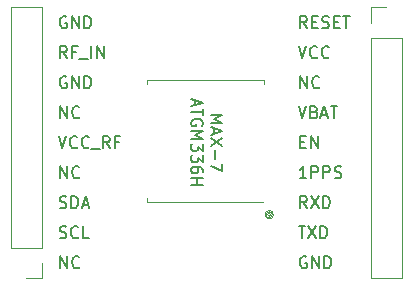
<source format=gbr>
G04 #@! TF.GenerationSoftware,KiCad,Pcbnew,(5.1.5)-3*
G04 #@! TF.CreationDate,2020-03-16T19:41:12-04:00*
G04 #@! TF.ProjectId,BreakoutGPSATGM336H,42726561-6b6f-4757-9447-50534154474d,rev?*
G04 #@! TF.SameCoordinates,Original*
G04 #@! TF.FileFunction,Legend,Top*
G04 #@! TF.FilePolarity,Positive*
%FSLAX46Y46*%
G04 Gerber Fmt 4.6, Leading zero omitted, Abs format (unit mm)*
G04 Created by KiCad (PCBNEW (5.1.5)-3) date 2020-03-16 19:41:12*
%MOMM*%
%LPD*%
G04 APERTURE LIST*
%ADD10C,0.150000*%
%ADD11C,0.120000*%
G04 APERTURE END LIST*
D10*
X140035595Y-91892380D02*
X140035595Y-90892380D01*
X140607023Y-91892380D01*
X140607023Y-90892380D01*
X141654642Y-91797142D02*
X141607023Y-91844761D01*
X141464166Y-91892380D01*
X141368928Y-91892380D01*
X141226071Y-91844761D01*
X141130833Y-91749523D01*
X141083214Y-91654285D01*
X141035595Y-91463809D01*
X141035595Y-91320952D01*
X141083214Y-91130476D01*
X141130833Y-91035238D01*
X141226071Y-90940000D01*
X141368928Y-90892380D01*
X141464166Y-90892380D01*
X141607023Y-90940000D01*
X141654642Y-90987619D01*
X139987976Y-89304761D02*
X140130833Y-89352380D01*
X140368928Y-89352380D01*
X140464166Y-89304761D01*
X140511785Y-89257142D01*
X140559404Y-89161904D01*
X140559404Y-89066666D01*
X140511785Y-88971428D01*
X140464166Y-88923809D01*
X140368928Y-88876190D01*
X140178452Y-88828571D01*
X140083214Y-88780952D01*
X140035595Y-88733333D01*
X139987976Y-88638095D01*
X139987976Y-88542857D01*
X140035595Y-88447619D01*
X140083214Y-88400000D01*
X140178452Y-88352380D01*
X140416547Y-88352380D01*
X140559404Y-88400000D01*
X141559404Y-89257142D02*
X141511785Y-89304761D01*
X141368928Y-89352380D01*
X141273690Y-89352380D01*
X141130833Y-89304761D01*
X141035595Y-89209523D01*
X140987976Y-89114285D01*
X140940357Y-88923809D01*
X140940357Y-88780952D01*
X140987976Y-88590476D01*
X141035595Y-88495238D01*
X141130833Y-88400000D01*
X141273690Y-88352380D01*
X141368928Y-88352380D01*
X141511785Y-88400000D01*
X141559404Y-88447619D01*
X142464166Y-89352380D02*
X141987976Y-89352380D01*
X141987976Y-88352380D01*
X139987976Y-86764761D02*
X140130833Y-86812380D01*
X140368928Y-86812380D01*
X140464166Y-86764761D01*
X140511785Y-86717142D01*
X140559404Y-86621904D01*
X140559404Y-86526666D01*
X140511785Y-86431428D01*
X140464166Y-86383809D01*
X140368928Y-86336190D01*
X140178452Y-86288571D01*
X140083214Y-86240952D01*
X140035595Y-86193333D01*
X139987976Y-86098095D01*
X139987976Y-86002857D01*
X140035595Y-85907619D01*
X140083214Y-85860000D01*
X140178452Y-85812380D01*
X140416547Y-85812380D01*
X140559404Y-85860000D01*
X140987976Y-86812380D02*
X140987976Y-85812380D01*
X141226071Y-85812380D01*
X141368928Y-85860000D01*
X141464166Y-85955238D01*
X141511785Y-86050476D01*
X141559404Y-86240952D01*
X141559404Y-86383809D01*
X141511785Y-86574285D01*
X141464166Y-86669523D01*
X141368928Y-86764761D01*
X141226071Y-86812380D01*
X140987976Y-86812380D01*
X141940357Y-86526666D02*
X142416547Y-86526666D01*
X141845119Y-86812380D02*
X142178452Y-85812380D01*
X142511785Y-86812380D01*
X140035595Y-84272380D02*
X140035595Y-83272380D01*
X140607023Y-84272380D01*
X140607023Y-83272380D01*
X141654642Y-84177142D02*
X141607023Y-84224761D01*
X141464166Y-84272380D01*
X141368928Y-84272380D01*
X141226071Y-84224761D01*
X141130833Y-84129523D01*
X141083214Y-84034285D01*
X141035595Y-83843809D01*
X141035595Y-83700952D01*
X141083214Y-83510476D01*
X141130833Y-83415238D01*
X141226071Y-83320000D01*
X141368928Y-83272380D01*
X141464166Y-83272380D01*
X141607023Y-83320000D01*
X141654642Y-83367619D01*
X139892738Y-80732380D02*
X140226071Y-81732380D01*
X140559404Y-80732380D01*
X141464166Y-81637142D02*
X141416547Y-81684761D01*
X141273690Y-81732380D01*
X141178452Y-81732380D01*
X141035595Y-81684761D01*
X140940357Y-81589523D01*
X140892738Y-81494285D01*
X140845119Y-81303809D01*
X140845119Y-81160952D01*
X140892738Y-80970476D01*
X140940357Y-80875238D01*
X141035595Y-80780000D01*
X141178452Y-80732380D01*
X141273690Y-80732380D01*
X141416547Y-80780000D01*
X141464166Y-80827619D01*
X142464166Y-81637142D02*
X142416547Y-81684761D01*
X142273690Y-81732380D01*
X142178452Y-81732380D01*
X142035595Y-81684761D01*
X141940357Y-81589523D01*
X141892738Y-81494285D01*
X141845119Y-81303809D01*
X141845119Y-81160952D01*
X141892738Y-80970476D01*
X141940357Y-80875238D01*
X142035595Y-80780000D01*
X142178452Y-80732380D01*
X142273690Y-80732380D01*
X142416547Y-80780000D01*
X142464166Y-80827619D01*
X142654642Y-81827619D02*
X143416547Y-81827619D01*
X144226071Y-81732380D02*
X143892738Y-81256190D01*
X143654642Y-81732380D02*
X143654642Y-80732380D01*
X144035595Y-80732380D01*
X144130833Y-80780000D01*
X144178452Y-80827619D01*
X144226071Y-80922857D01*
X144226071Y-81065714D01*
X144178452Y-81160952D01*
X144130833Y-81208571D01*
X144035595Y-81256190D01*
X143654642Y-81256190D01*
X144987976Y-81208571D02*
X144654642Y-81208571D01*
X144654642Y-81732380D02*
X144654642Y-80732380D01*
X145130833Y-80732380D01*
X140035595Y-79192380D02*
X140035595Y-78192380D01*
X140607023Y-79192380D01*
X140607023Y-78192380D01*
X141654642Y-79097142D02*
X141607023Y-79144761D01*
X141464166Y-79192380D01*
X141368928Y-79192380D01*
X141226071Y-79144761D01*
X141130833Y-79049523D01*
X141083214Y-78954285D01*
X141035595Y-78763809D01*
X141035595Y-78620952D01*
X141083214Y-78430476D01*
X141130833Y-78335238D01*
X141226071Y-78240000D01*
X141368928Y-78192380D01*
X141464166Y-78192380D01*
X141607023Y-78240000D01*
X141654642Y-78287619D01*
X140559404Y-75700000D02*
X140464166Y-75652380D01*
X140321309Y-75652380D01*
X140178452Y-75700000D01*
X140083214Y-75795238D01*
X140035595Y-75890476D01*
X139987976Y-76080952D01*
X139987976Y-76223809D01*
X140035595Y-76414285D01*
X140083214Y-76509523D01*
X140178452Y-76604761D01*
X140321309Y-76652380D01*
X140416547Y-76652380D01*
X140559404Y-76604761D01*
X140607023Y-76557142D01*
X140607023Y-76223809D01*
X140416547Y-76223809D01*
X141035595Y-76652380D02*
X141035595Y-75652380D01*
X141607023Y-76652380D01*
X141607023Y-75652380D01*
X142083214Y-76652380D02*
X142083214Y-75652380D01*
X142321309Y-75652380D01*
X142464166Y-75700000D01*
X142559404Y-75795238D01*
X142607023Y-75890476D01*
X142654642Y-76080952D01*
X142654642Y-76223809D01*
X142607023Y-76414285D01*
X142559404Y-76509523D01*
X142464166Y-76604761D01*
X142321309Y-76652380D01*
X142083214Y-76652380D01*
X140607023Y-74112380D02*
X140273690Y-73636190D01*
X140035595Y-74112380D02*
X140035595Y-73112380D01*
X140416547Y-73112380D01*
X140511785Y-73160000D01*
X140559404Y-73207619D01*
X140607023Y-73302857D01*
X140607023Y-73445714D01*
X140559404Y-73540952D01*
X140511785Y-73588571D01*
X140416547Y-73636190D01*
X140035595Y-73636190D01*
X141368928Y-73588571D02*
X141035595Y-73588571D01*
X141035595Y-74112380D02*
X141035595Y-73112380D01*
X141511785Y-73112380D01*
X141654642Y-74207619D02*
X142416547Y-74207619D01*
X142654642Y-74112380D02*
X142654642Y-73112380D01*
X143130833Y-74112380D02*
X143130833Y-73112380D01*
X143702261Y-74112380D01*
X143702261Y-73112380D01*
X140559404Y-70620000D02*
X140464166Y-70572380D01*
X140321309Y-70572380D01*
X140178452Y-70620000D01*
X140083214Y-70715238D01*
X140035595Y-70810476D01*
X139987976Y-71000952D01*
X139987976Y-71143809D01*
X140035595Y-71334285D01*
X140083214Y-71429523D01*
X140178452Y-71524761D01*
X140321309Y-71572380D01*
X140416547Y-71572380D01*
X140559404Y-71524761D01*
X140607023Y-71477142D01*
X140607023Y-71143809D01*
X140416547Y-71143809D01*
X141035595Y-71572380D02*
X141035595Y-70572380D01*
X141607023Y-71572380D01*
X141607023Y-70572380D01*
X142083214Y-71572380D02*
X142083214Y-70572380D01*
X142321309Y-70572380D01*
X142464166Y-70620000D01*
X142559404Y-70715238D01*
X142607023Y-70810476D01*
X142654642Y-71000952D01*
X142654642Y-71143809D01*
X142607023Y-71334285D01*
X142559404Y-71429523D01*
X142464166Y-71524761D01*
X142321309Y-71572380D01*
X142083214Y-71572380D01*
X160927023Y-71572380D02*
X160593690Y-71096190D01*
X160355595Y-71572380D02*
X160355595Y-70572380D01*
X160736547Y-70572380D01*
X160831785Y-70620000D01*
X160879404Y-70667619D01*
X160927023Y-70762857D01*
X160927023Y-70905714D01*
X160879404Y-71000952D01*
X160831785Y-71048571D01*
X160736547Y-71096190D01*
X160355595Y-71096190D01*
X161355595Y-71048571D02*
X161688928Y-71048571D01*
X161831785Y-71572380D02*
X161355595Y-71572380D01*
X161355595Y-70572380D01*
X161831785Y-70572380D01*
X162212738Y-71524761D02*
X162355595Y-71572380D01*
X162593690Y-71572380D01*
X162688928Y-71524761D01*
X162736547Y-71477142D01*
X162784166Y-71381904D01*
X162784166Y-71286666D01*
X162736547Y-71191428D01*
X162688928Y-71143809D01*
X162593690Y-71096190D01*
X162403214Y-71048571D01*
X162307976Y-71000952D01*
X162260357Y-70953333D01*
X162212738Y-70858095D01*
X162212738Y-70762857D01*
X162260357Y-70667619D01*
X162307976Y-70620000D01*
X162403214Y-70572380D01*
X162641309Y-70572380D01*
X162784166Y-70620000D01*
X163212738Y-71048571D02*
X163546071Y-71048571D01*
X163688928Y-71572380D02*
X163212738Y-71572380D01*
X163212738Y-70572380D01*
X163688928Y-70572380D01*
X163974642Y-70572380D02*
X164546071Y-70572380D01*
X164260357Y-71572380D02*
X164260357Y-70572380D01*
X160212738Y-73112380D02*
X160546071Y-74112380D01*
X160879404Y-73112380D01*
X161784166Y-74017142D02*
X161736547Y-74064761D01*
X161593690Y-74112380D01*
X161498452Y-74112380D01*
X161355595Y-74064761D01*
X161260357Y-73969523D01*
X161212738Y-73874285D01*
X161165119Y-73683809D01*
X161165119Y-73540952D01*
X161212738Y-73350476D01*
X161260357Y-73255238D01*
X161355595Y-73160000D01*
X161498452Y-73112380D01*
X161593690Y-73112380D01*
X161736547Y-73160000D01*
X161784166Y-73207619D01*
X162784166Y-74017142D02*
X162736547Y-74064761D01*
X162593690Y-74112380D01*
X162498452Y-74112380D01*
X162355595Y-74064761D01*
X162260357Y-73969523D01*
X162212738Y-73874285D01*
X162165119Y-73683809D01*
X162165119Y-73540952D01*
X162212738Y-73350476D01*
X162260357Y-73255238D01*
X162355595Y-73160000D01*
X162498452Y-73112380D01*
X162593690Y-73112380D01*
X162736547Y-73160000D01*
X162784166Y-73207619D01*
X160355595Y-76652380D02*
X160355595Y-75652380D01*
X160927023Y-76652380D01*
X160927023Y-75652380D01*
X161974642Y-76557142D02*
X161927023Y-76604761D01*
X161784166Y-76652380D01*
X161688928Y-76652380D01*
X161546071Y-76604761D01*
X161450833Y-76509523D01*
X161403214Y-76414285D01*
X161355595Y-76223809D01*
X161355595Y-76080952D01*
X161403214Y-75890476D01*
X161450833Y-75795238D01*
X161546071Y-75700000D01*
X161688928Y-75652380D01*
X161784166Y-75652380D01*
X161927023Y-75700000D01*
X161974642Y-75747619D01*
X160212738Y-78192380D02*
X160546071Y-79192380D01*
X160879404Y-78192380D01*
X161546071Y-78668571D02*
X161688928Y-78716190D01*
X161736547Y-78763809D01*
X161784166Y-78859047D01*
X161784166Y-79001904D01*
X161736547Y-79097142D01*
X161688928Y-79144761D01*
X161593690Y-79192380D01*
X161212738Y-79192380D01*
X161212738Y-78192380D01*
X161546071Y-78192380D01*
X161641309Y-78240000D01*
X161688928Y-78287619D01*
X161736547Y-78382857D01*
X161736547Y-78478095D01*
X161688928Y-78573333D01*
X161641309Y-78620952D01*
X161546071Y-78668571D01*
X161212738Y-78668571D01*
X162165119Y-78906666D02*
X162641309Y-78906666D01*
X162069880Y-79192380D02*
X162403214Y-78192380D01*
X162736547Y-79192380D01*
X162927023Y-78192380D02*
X163498452Y-78192380D01*
X163212738Y-79192380D02*
X163212738Y-78192380D01*
X160355595Y-81208571D02*
X160688928Y-81208571D01*
X160831785Y-81732380D02*
X160355595Y-81732380D01*
X160355595Y-80732380D01*
X160831785Y-80732380D01*
X161260357Y-81732380D02*
X161260357Y-80732380D01*
X161831785Y-81732380D01*
X161831785Y-80732380D01*
X160879404Y-84272380D02*
X160307976Y-84272380D01*
X160593690Y-84272380D02*
X160593690Y-83272380D01*
X160498452Y-83415238D01*
X160403214Y-83510476D01*
X160307976Y-83558095D01*
X161307976Y-84272380D02*
X161307976Y-83272380D01*
X161688928Y-83272380D01*
X161784166Y-83320000D01*
X161831785Y-83367619D01*
X161879404Y-83462857D01*
X161879404Y-83605714D01*
X161831785Y-83700952D01*
X161784166Y-83748571D01*
X161688928Y-83796190D01*
X161307976Y-83796190D01*
X162307976Y-84272380D02*
X162307976Y-83272380D01*
X162688928Y-83272380D01*
X162784166Y-83320000D01*
X162831785Y-83367619D01*
X162879404Y-83462857D01*
X162879404Y-83605714D01*
X162831785Y-83700952D01*
X162784166Y-83748571D01*
X162688928Y-83796190D01*
X162307976Y-83796190D01*
X163260357Y-84224761D02*
X163403214Y-84272380D01*
X163641309Y-84272380D01*
X163736547Y-84224761D01*
X163784166Y-84177142D01*
X163831785Y-84081904D01*
X163831785Y-83986666D01*
X163784166Y-83891428D01*
X163736547Y-83843809D01*
X163641309Y-83796190D01*
X163450833Y-83748571D01*
X163355595Y-83700952D01*
X163307976Y-83653333D01*
X163260357Y-83558095D01*
X163260357Y-83462857D01*
X163307976Y-83367619D01*
X163355595Y-83320000D01*
X163450833Y-83272380D01*
X163688928Y-83272380D01*
X163831785Y-83320000D01*
X160927023Y-86812380D02*
X160593690Y-86336190D01*
X160355595Y-86812380D02*
X160355595Y-85812380D01*
X160736547Y-85812380D01*
X160831785Y-85860000D01*
X160879404Y-85907619D01*
X160927023Y-86002857D01*
X160927023Y-86145714D01*
X160879404Y-86240952D01*
X160831785Y-86288571D01*
X160736547Y-86336190D01*
X160355595Y-86336190D01*
X161260357Y-85812380D02*
X161927023Y-86812380D01*
X161927023Y-85812380D02*
X161260357Y-86812380D01*
X162307976Y-86812380D02*
X162307976Y-85812380D01*
X162546071Y-85812380D01*
X162688928Y-85860000D01*
X162784166Y-85955238D01*
X162831785Y-86050476D01*
X162879404Y-86240952D01*
X162879404Y-86383809D01*
X162831785Y-86574285D01*
X162784166Y-86669523D01*
X162688928Y-86764761D01*
X162546071Y-86812380D01*
X162307976Y-86812380D01*
X160212738Y-88352380D02*
X160784166Y-88352380D01*
X160498452Y-89352380D02*
X160498452Y-88352380D01*
X161022261Y-88352380D02*
X161688928Y-89352380D01*
X161688928Y-88352380D02*
X161022261Y-89352380D01*
X162069880Y-89352380D02*
X162069880Y-88352380D01*
X162307976Y-88352380D01*
X162450833Y-88400000D01*
X162546071Y-88495238D01*
X162593690Y-88590476D01*
X162641309Y-88780952D01*
X162641309Y-88923809D01*
X162593690Y-89114285D01*
X162546071Y-89209523D01*
X162450833Y-89304761D01*
X162307976Y-89352380D01*
X162069880Y-89352380D01*
X160879404Y-90940000D02*
X160784166Y-90892380D01*
X160641309Y-90892380D01*
X160498452Y-90940000D01*
X160403214Y-91035238D01*
X160355595Y-91130476D01*
X160307976Y-91320952D01*
X160307976Y-91463809D01*
X160355595Y-91654285D01*
X160403214Y-91749523D01*
X160498452Y-91844761D01*
X160641309Y-91892380D01*
X160736547Y-91892380D01*
X160879404Y-91844761D01*
X160927023Y-91797142D01*
X160927023Y-91463809D01*
X160736547Y-91463809D01*
X161355595Y-91892380D02*
X161355595Y-90892380D01*
X161927023Y-91892380D01*
X161927023Y-90892380D01*
X162403214Y-91892380D02*
X162403214Y-90892380D01*
X162641309Y-90892380D01*
X162784166Y-90940000D01*
X162879404Y-91035238D01*
X162927023Y-91130476D01*
X162974642Y-91320952D01*
X162974642Y-91463809D01*
X162927023Y-91654285D01*
X162879404Y-91749523D01*
X162784166Y-91844761D01*
X162641309Y-91892380D01*
X162403214Y-91892380D01*
D11*
X157863515Y-87376000D02*
G75*
G03X157863515Y-87376000I-129515J0D01*
G01*
X157790796Y-87376000D02*
G75*
G03X157790796Y-87376000I-56796J0D01*
G01*
X157988000Y-87376000D02*
G75*
G03X157988000Y-87376000I-254000J0D01*
G01*
X158093210Y-87376000D02*
G75*
G03X158093210Y-87376000I-359210J0D01*
G01*
D10*
X152772619Y-78946666D02*
X153772619Y-78946666D01*
X153058333Y-79280000D01*
X153772619Y-79613333D01*
X152772619Y-79613333D01*
X153058333Y-80041904D02*
X153058333Y-80518095D01*
X152772619Y-79946666D02*
X153772619Y-80280000D01*
X152772619Y-80613333D01*
X153772619Y-80851428D02*
X152772619Y-81518095D01*
X153772619Y-81518095D02*
X152772619Y-80851428D01*
X153153571Y-81899047D02*
X153153571Y-82660952D01*
X153772619Y-83041904D02*
X153772619Y-83708571D01*
X152772619Y-83280000D01*
X151408333Y-77637142D02*
X151408333Y-78113333D01*
X151122619Y-77541904D02*
X152122619Y-77875238D01*
X151122619Y-78208571D01*
X152122619Y-78399047D02*
X152122619Y-78970476D01*
X151122619Y-78684761D02*
X152122619Y-78684761D01*
X152075000Y-79827619D02*
X152122619Y-79732380D01*
X152122619Y-79589523D01*
X152075000Y-79446666D01*
X151979761Y-79351428D01*
X151884523Y-79303809D01*
X151694047Y-79256190D01*
X151551190Y-79256190D01*
X151360714Y-79303809D01*
X151265476Y-79351428D01*
X151170238Y-79446666D01*
X151122619Y-79589523D01*
X151122619Y-79684761D01*
X151170238Y-79827619D01*
X151217857Y-79875238D01*
X151551190Y-79875238D01*
X151551190Y-79684761D01*
X151122619Y-80303809D02*
X152122619Y-80303809D01*
X151408333Y-80637142D01*
X152122619Y-80970476D01*
X151122619Y-80970476D01*
X152122619Y-81351428D02*
X152122619Y-81970476D01*
X151741666Y-81637142D01*
X151741666Y-81780000D01*
X151694047Y-81875238D01*
X151646428Y-81922857D01*
X151551190Y-81970476D01*
X151313095Y-81970476D01*
X151217857Y-81922857D01*
X151170238Y-81875238D01*
X151122619Y-81780000D01*
X151122619Y-81494285D01*
X151170238Y-81399047D01*
X151217857Y-81351428D01*
X152122619Y-82303809D02*
X152122619Y-82922857D01*
X151741666Y-82589523D01*
X151741666Y-82732380D01*
X151694047Y-82827619D01*
X151646428Y-82875238D01*
X151551190Y-82922857D01*
X151313095Y-82922857D01*
X151217857Y-82875238D01*
X151170238Y-82827619D01*
X151122619Y-82732380D01*
X151122619Y-82446666D01*
X151170238Y-82351428D01*
X151217857Y-82303809D01*
X152122619Y-83780000D02*
X152122619Y-83589523D01*
X152075000Y-83494285D01*
X152027380Y-83446666D01*
X151884523Y-83351428D01*
X151694047Y-83303809D01*
X151313095Y-83303809D01*
X151217857Y-83351428D01*
X151170238Y-83399047D01*
X151122619Y-83494285D01*
X151122619Y-83684761D01*
X151170238Y-83780000D01*
X151217857Y-83827619D01*
X151313095Y-83875238D01*
X151551190Y-83875238D01*
X151646428Y-83827619D01*
X151694047Y-83780000D01*
X151741666Y-83684761D01*
X151741666Y-83494285D01*
X151694047Y-83399047D01*
X151646428Y-83351428D01*
X151551190Y-83303809D01*
X151122619Y-84303809D02*
X152122619Y-84303809D01*
X151646428Y-84303809D02*
X151646428Y-84875238D01*
X151122619Y-84875238D02*
X152122619Y-84875238D01*
D11*
X138490000Y-90170000D02*
X138490000Y-69790000D01*
X138490000Y-69790000D02*
X135830000Y-69790000D01*
X135830000Y-69790000D02*
X135830000Y-90170000D01*
X135830000Y-90170000D02*
X138490000Y-90170000D01*
X138490000Y-91440000D02*
X138490000Y-92770000D01*
X138490000Y-92770000D02*
X137160000Y-92770000D01*
X166310000Y-69790000D02*
X167640000Y-69790000D01*
X166310000Y-71120000D02*
X166310000Y-69790000D01*
X168970000Y-72390000D02*
X166310000Y-72390000D01*
X168970000Y-92770000D02*
X168970000Y-72390000D01*
X166310000Y-92770000D02*
X168970000Y-92770000D01*
X166310000Y-72390000D02*
X166310000Y-92770000D01*
X147363800Y-86262200D02*
X147363800Y-85922200D01*
X157283800Y-76282200D02*
X157283800Y-75942200D01*
X147363800Y-76282200D02*
X147363800Y-75942200D01*
X157283800Y-75942200D02*
X147363800Y-75942200D01*
X157173800Y-86262200D02*
X147363800Y-86262200D01*
M02*

</source>
